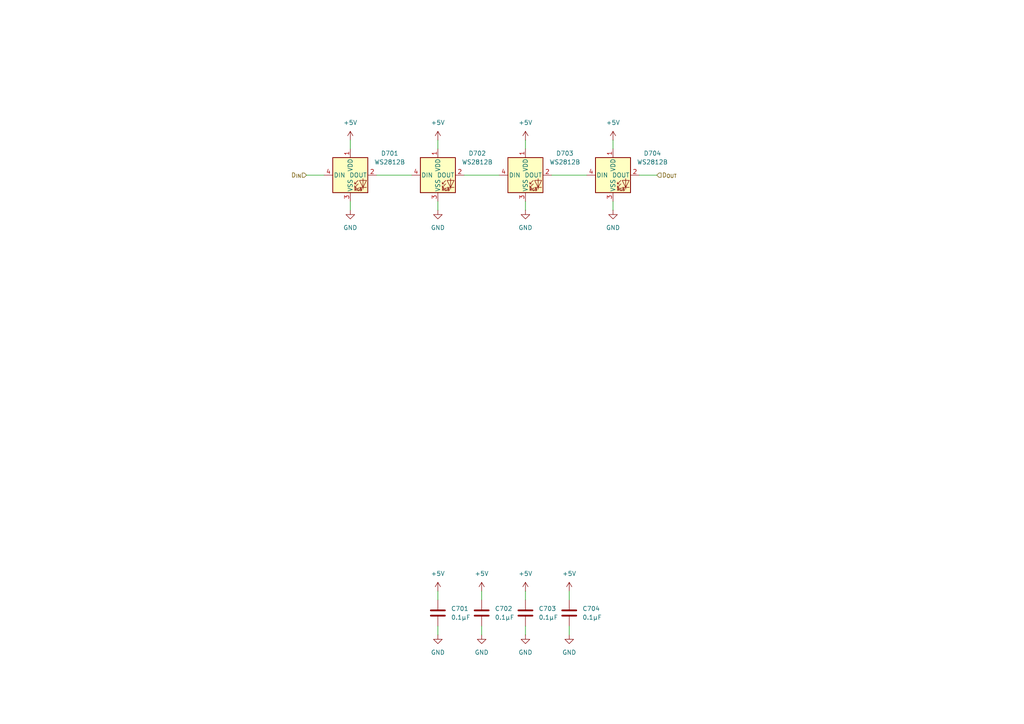
<source format=kicad_sch>
(kicad_sch (version 20231120) (generator "eeschema") (generator_version "8.0")
  (paper "A4")
  (title_block (title "Wordclock - LED Row with 4 pcs.") (date "2024-10-27") (rev "A") (company "ElektroNik Zoller") (comment 1 "Nikolai Zoller") (comment 4 "CERN-OHL-P"))
  (lib_symbols
    (symbol "Device:C" (pin_numbers hide) (pin_names (offset 0.254))
      (property "Reference" "C" (at 0.635 2.54 0))
      (property "Value" "C" (at 0.635 -2.54 0))
      (symbol "C_0_1"
        (polyline (pts (xy -2.032 -0.762) (xy 2.032 -0.762)) (stroke (width 0.508)))
        (polyline (pts (xy -2.032 0.762) (xy 2.032 0.762)) (stroke (width 0.508)))
      )
      (symbol "C_1_1"
        (pin passive line (at 0 3.81 270) (length 2.794) (name "~") (number "1"))
        (pin passive line (at 0 -3.81 90) (length 2.794) (name "~") (number "2"))
      )
    )
    (symbol "LED:WS2812B" (pin_names (offset 0.254))
      (property "Reference" "D" (at 5.08 5.715 0))
      (property "Value" "WS2812B" (at 1.27 -5.715 0))
      (symbol "WS2812B_0_0"
        (text "RGB" (at 2.286 -4.191 0) (effects (font (size 0.762 0.762))))
      )
      (symbol "WS2812B_0_1"
        (polyline (pts (xy 1.27 -3.556) (xy 1.778 -3.556)))
        (polyline (pts (xy 1.27 -2.54) (xy 1.778 -2.54)))
        (polyline (pts (xy 4.699 -3.556) (xy 2.667 -3.556)))
        (polyline (pts (xy 2.286 -2.54) (xy 1.27 -3.556) (xy 1.27 -3.048)))
        (polyline (pts (xy 2.286 -1.524) (xy 1.27 -2.54) (xy 1.27 -2.032)))
        (polyline (pts (xy 3.683 -1.016) (xy 3.683 -3.556) (xy 3.683 -4.064)))
        (polyline (pts (xy 4.699 -1.524) (xy 2.667 -1.524) (xy 3.683 -3.556) (xy 4.699 -1.524)))
        (rectangle (start 5.08 5.08) (end -5.08 -5.08) (stroke (width 0.254)) (fill (type background)))
      )
      (symbol "WS2812B_1_1"
        (pin power_in line (at 0 7.62 270) (length 2.54) (name "VDD") (number "1"))
        (pin output line (at 7.62 0 180) (length 2.54) (name "DOUT") (number "2"))
        (pin power_in line (at 0 -7.62 90) (length 2.54) (name "VSS") (number "3"))
        (pin input line (at -7.62 0 0) (length 2.54) (name "DIN") (number "4"))
      )
    )
    (symbol "power:+5V" (power) (pin_numbers hide) (pin_names (offset 0) hide)
      (property "Value" "+5V" (at 0 3.556 0))
      (symbol "+5V_0_1"
        (polyline (pts (xy -0.762 1.27) (xy 0 2.54)))
        (polyline (pts (xy 0 0) (xy 0 2.54)))
        (polyline (pts (xy 0 2.54) (xy 0.762 1.27)))
      )
      (symbol "+5V_1_1"
        (pin power_in line (at 0 0 90) (length 0) (name "~") (number "1"))
      )
    )
    (symbol "power:GND" (power) (pin_numbers hide) (pin_names (offset 0) hide)
      (property "Value" "GND" (at 0 -3.81 0))
      (symbol "GND_0_1"
        (polyline (pts (xy 0 0) (xy 0 -1.27) (xy 1.27 -1.27) (xy 0 -2.54) (xy -1.27 -1.27) (xy 0 -1.27)))
      )
      (symbol "GND_1_1"
        (pin power_in line (at 0 0 270) (length 0) (name "~") (number "1"))
      )
    )
  )
  (wire (pts (xy 127 58.42) (xy 127 60.96)))
  (wire (pts (xy 177.8 40.64) (xy 177.8 43.18)))
  (wire (pts (xy 177.8 58.42) (xy 177.8 60.96)))
  (wire (pts (xy 160.02 50.8) (xy 170.18 50.8)))
  (wire (pts (xy 152.4 40.64) (xy 152.4 43.18)))
  (wire (pts (xy 88.9 50.8) (xy 93.98 50.8)))
  (wire (pts (xy 165.1 171.45) (xy 165.1 173.99)))
  (wire (pts (xy 134.62 50.8) (xy 144.78 50.8)))
  (wire (pts (xy 165.1 181.61) (xy 165.1 184.15)))
  (wire (pts (xy 139.7 181.61) (xy 139.7 184.15)))
  (wire (pts (xy 101.6 58.42) (xy 101.6 60.96)))
  (wire (pts (xy 185.42 50.8) (xy 190.5 50.8)))
  (wire (pts (xy 127 171.45) (xy 127 173.99)))
  (wire (pts (xy 127 181.61) (xy 127 184.15)))
  (wire (pts (xy 152.4 58.42) (xy 152.4 60.96)))
  (wire (pts (xy 139.7 171.45) (xy 139.7 173.99)))
  (wire (pts (xy 152.4 171.45) (xy 152.4 173.99)))
  (wire (pts (xy 152.4 181.61) (xy 152.4 184.15)))
  (wire (pts (xy 101.6 40.64) (xy 101.6 43.18)))
  (wire (pts (xy 109.22 50.8) (xy 119.38 50.8)))
  (wire (pts (xy 127 40.64) (xy 127 43.18)))
  (hierarchical_label "D_{OUT}" (shape input) (at 190.5 50.8 0))
  (hierarchical_label "D_{IN}" (shape input) (at 88.9 50.8 180))
  (symbol (lib_id "power:GND") (at 101.6 60.96 0) (unit 1)
    (property "Reference" "#PWR0705" (effects (hide yes)))
    (property "Value" "GND" (at 101.6 66.04 0))
    (property "Description" "Power symbol creates a global label with name \"GND\" , ground" (effects (hide yes)))
  )
  (symbol (lib_id "power:GND") (at 139.7 184.15 0) (unit 1)
    (property "Reference" "#PWR0714" (effects (hide yes)))
    (property "Value" "GND" (at 139.7 189.23 0))
    (property "Description" "Power symbol creates a global label with name \"GND\" , ground" (effects (hide yes)))
  )
  (symbol (lib_id "power:+5V") (at 177.8 40.64 0) (unit 1)
    (property "Reference" "#PWR0704" (effects (hide yes)))
    (property "Value" "+5V" (at 177.8 35.56 0))
    (property "Description" "Power symbol creates a global label with name \"+5V\"" (effects (hide yes)))
  )
  (symbol (lib_id "Device:C") (at 127 177.8 0) (unit 1)
    (property "Reference" "C701" (at 130.81 176.5299 0) (effects (justify left)))
    (property "Value" "0.1µF" (at 130.81 179.0699 0) (effects (justify left)))
    (property "Description" "Unpolarized capacitor" (effects (hide yes)))
  )
  (symbol (lib_id "power:GND") (at 152.4 60.96 0) (unit 1)
    (property "Reference" "#PWR0707" (effects (hide yes)))
    (property "Value" "GND" (at 152.4 66.04 0))
    (property "Description" "Power symbol creates a global label with name \"GND\" , ground" (effects (hide yes)))
  )
  (symbol (lib_id "power:+5V") (at 127 40.64 0) (unit 1)
    (property "Reference" "#PWR0702" (effects (hide yes)))
    (property "Value" "+5V" (at 127 35.56 0))
    (property "Description" "Power symbol creates a global label with name \"+5V\"" (effects (hide yes)))
  )
  (symbol (lib_id "power:GND") (at 177.8 60.96 0) (unit 1)
    (property "Reference" "#PWR0708" (effects (hide yes)))
    (property "Value" "GND" (at 177.8 66.04 0))
    (property "Description" "Power symbol creates a global label with name \"GND\" , ground" (effects (hide yes)))
  )
  (symbol (lib_id "power:+5V") (at 101.6 40.64 0) (unit 1)
    (property "Reference" "#PWR0701" (effects (hide yes)))
    (property "Value" "+5V" (at 101.6 35.56 0))
    (property "Description" "Power symbol creates a global label with name \"+5V\"" (effects (hide yes)))
  )
  (symbol (lib_id "Device:C") (at 139.7 177.8 0) (unit 1)
    (property "Reference" "C702" (at 143.51 176.5299 0) (effects (justify left)))
    (property "Value" "0.1µF" (at 143.51 179.0699 0) (effects (justify left)))
    (property "Description" "Unpolarized capacitor" (effects (hide yes)))
  )
  (symbol (lib_id "LED:WS2812B") (at 127 50.8 0) (unit 1)
    (property "Reference" "D702" (at 138.43 44.4814 0))
    (property "Value" "WS2812B" (at 138.43 47.0214 0))
    (property "Footprint" "LED_SMD:LED_WS2812B_PLCC4_5.0x5.0mm_P3.2mm" (effects (hide yes)))
    (property "Datasheet" "https://cdn-shop.adafruit.com/datasheets/WS2812B.pdf" (effects (hide yes)))
    (property "Description" "RGB LED with integrated controller" (effects (hide yes)))
    (property "Manufacturer" "SparkFun Electronics" (effects (hide yes)))
    (property "Manufacturer Part no." "COM-16347" (effects (hide yes)))
    (property "Vendor 1" "Digikey" (effects (hide yes)))
    (property "Vendor 1 Part no." "1568-COM-16347CT-ND" (effects (hide yes)))
    (property "Vendor 2" "LCSC" (effects (hide yes)))
    (property "Vendor 2 Part no." "C114586" (effects (hide yes)))
  )
  (symbol (lib_id "power:+5V") (at 152.4 171.45 0) (unit 1)
    (property "Reference" "#PWR0711" (effects (hide yes)))
    (property "Value" "+5V" (at 152.4 166.37 0))
    (property "Description" "Power symbol creates a global label with name \"+5V\"" (effects (hide yes)))
  )
  (symbol (lib_id "power:+5V") (at 127 171.45 0) (unit 1)
    (property "Reference" "#PWR0709" (effects (hide yes)))
    (property "Value" "+5V" (at 127 166.37 0))
    (property "Description" "Power symbol creates a global label with name \"+5V\"" (effects (hide yes)))
  )
  (symbol (lib_id "LED:WS2812B") (at 177.8 50.8 0) (unit 1)
    (property "Reference" "D704" (at 189.23 44.4814 0))
    (property "Value" "WS2812B" (at 189.23 47.0214 0))
    (property "Footprint" "LED_SMD:LED_WS2812B_PLCC4_5.0x5.0mm_P3.2mm" (effects (hide yes)))
    (property "Datasheet" "https://cdn-shop.adafruit.com/datasheets/WS2812B.pdf" (effects (hide yes)))
    (property "Description" "RGB LED with integrated controller" (effects (hide yes)))
    (property "Manufacturer" "SparkFun Electronics" (effects (hide yes)))
    (property "Manufacturer Part no." "COM-16347" (effects (hide yes)))
    (property "Vendor 1" "Digikey" (effects (hide yes)))
    (property "Vendor 1 Part no." "1568-COM-16347CT-ND" (effects (hide yes)))
    (property "Vendor 2" "LCSC" (effects (hide yes)))
    (property "Vendor 2 Part no." "C114586" (effects (hide yes)))
  )
  (symbol (lib_id "power:GND") (at 127 184.15 0) (unit 1)
    (property "Reference" "#PWR0713" (effects (hide yes)))
    (property "Value" "GND" (at 127 189.23 0))
    (property "Description" "Power symbol creates a global label with name \"GND\" , ground" (effects (hide yes)))
  )
  (symbol (lib_id "power:+5V") (at 139.7 171.45 0) (unit 1)
    (property "Reference" "#PWR0710" (effects (hide yes)))
    (property "Value" "+5V" (at 139.7 166.37 0))
    (property "Description" "Power symbol creates a global label with name \"+5V\"" (effects (hide yes)))
  )
  (symbol (lib_id "power:GND") (at 165.1 184.15 0) (unit 1)
    (property "Reference" "#PWR0716" (effects (hide yes)))
    (property "Value" "GND" (at 165.1 189.23 0))
    (property "Description" "Power symbol creates a global label with name \"GND\" , ground" (effects (hide yes)))
  )
  (symbol (lib_id "LED:WS2812B") (at 101.6 50.8 0) (unit 1)
    (property "Reference" "D701" (at 113.03 44.4814 0))
    (property "Value" "WS2812B" (at 113.03 47.0214 0))
    (property "Footprint" "LED_SMD:LED_WS2812B_PLCC4_5.0x5.0mm_P3.2mm" (effects (hide yes)))
    (property "Datasheet" "https://cdn-shop.adafruit.com/datasheets/WS2812B.pdf" (effects (hide yes)))
    (property "Description" "RGB LED with integrated controller" (effects (hide yes)))
    (property "Manufacturer" "SparkFun Electronics" (effects (hide yes)))
    (property "Manufacturer Part no." "COM-16347" (effects (hide yes)))
    (property "Vendor 1" "Digikey" (effects (hide yes)))
    (property "Vendor 1 Part no." "1568-COM-16347CT-ND" (effects (hide yes)))
    (property "Vendor 2" "LCSC" (effects (hide yes)))
    (property "Vendor 2 Part no." "C114586" (effects (hide yes)))
  )
  (symbol (lib_id "power:+5V") (at 165.1 171.45 0) (unit 1)
    (property "Reference" "#PWR0712" (effects (hide yes)))
    (property "Value" "+5V" (at 165.1 166.37 0))
    (property "Description" "Power symbol creates a global label with name \"+5V\"" (effects (hide yes)))
  )
  (symbol (lib_id "power:+5V") (at 152.4 40.64 0) (unit 1)
    (property "Reference" "#PWR0703" (effects (hide yes)))
    (property "Value" "+5V" (at 152.4 35.56 0))
    (property "Description" "Power symbol creates a global label with name \"+5V\"" (effects (hide yes)))
  )
  (symbol (lib_id "power:GND") (at 152.4 184.15 0) (unit 1)
    (property "Reference" "#PWR0715" (effects (hide yes)))
    (property "Value" "GND" (at 152.4 189.23 0))
    (property "Description" "Power symbol creates a global label with name \"GND\" , ground" (effects (hide yes)))
  )
  (symbol (lib_id "Device:C") (at 152.4 177.8 0) (unit 1)
    (property "Reference" "C703" (at 156.21 176.5299 0) (effects (justify left)))
    (property "Value" "0.1µF" (at 156.21 179.0699 0) (effects (justify left)))
    (property "Description" "Unpolarized capacitor" (effects (hide yes)))
  )
  (symbol (lib_id "Device:C") (at 165.1 177.8 0) (unit 1)
    (property "Reference" "C704" (at 168.91 176.5299 0) (effects (justify left)))
    (property "Value" "0.1µF" (at 168.91 179.0699 0) (effects (justify left)))
    (property "Description" "Unpolarized capacitor" (effects (hide yes)))
  )
  (symbol (lib_id "LED:WS2812B") (at 152.4 50.8 0) (unit 1)
    (property "Reference" "D703" (at 163.83 44.4814 0))
    (property "Value" "WS2812B" (at 163.83 47.0214 0))
    (property "Footprint" "LED_SMD:LED_WS2812B_PLCC4_5.0x5.0mm_P3.2mm" (effects (hide yes)))
    (property "Datasheet" "https://cdn-shop.adafruit.com/datasheets/WS2812B.pdf" (effects (hide yes)))
    (property "Description" "RGB LED with integrated controller" (effects (hide yes)))
    (property "Manufacturer" "SparkFun Electronics" (effects (hide yes)))
    (property "Manufacturer Part no." "COM-16347" (effects (hide yes)))
    (property "Vendor 1" "Digikey" (effects (hide yes)))
    (property "Vendor 1 Part no." "1568-COM-16347CT-ND" (effects (hide yes)))
    (property "Vendor 2" "LCSC" (effects (hide yes)))
    (property "Vendor 2 Part no." "C114586" (effects (hide yes)))
  )
  (symbol (lib_id "power:GND") (at 127 60.96 0) (unit 1)
    (property "Reference" "#PWR0706" (effects (hide yes)))
    (property "Value" "GND" (at 127 66.04 0))
    (property "Description" "Power symbol creates a global label with name \"GND\" , ground" (effects (hide yes)))
  )
)
</source>
